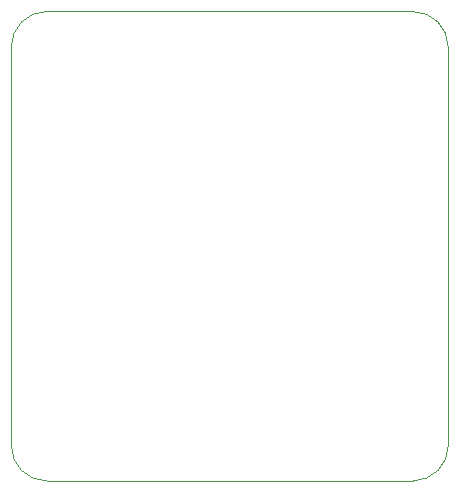
<source format=gbr>
%TF.GenerationSoftware,KiCad,Pcbnew,8.0.8*%
%TF.CreationDate,2025-06-11T01:55:21+01:00*%
%TF.ProjectId,Watch,57617463-682e-46b6-9963-61645f706362,rev?*%
%TF.SameCoordinates,Original*%
%TF.FileFunction,Profile,NP*%
%FSLAX46Y46*%
G04 Gerber Fmt 4.6, Leading zero omitted, Abs format (unit mm)*
G04 Created by KiCad (PCBNEW 8.0.8) date 2025-06-11 01:55:21*
%MOMM*%
%LPD*%
G01*
G04 APERTURE LIST*
%TA.AperFunction,Profile*%
%ADD10C,0.050000*%
%TD*%
G04 APERTURE END LIST*
D10*
X193000000Y-80000000D02*
X162000000Y-80000000D01*
X193000000Y-80000000D02*
G75*
G02*
X196000000Y-83000000I0J-3000000D01*
G01*
X196000000Y-116750000D02*
X196000000Y-83000000D01*
X162000000Y-119750000D02*
G75*
G02*
X159000000Y-116750000I0J3000000D01*
G01*
X159000000Y-83000000D02*
G75*
G02*
X162000000Y-80000000I3000000J0D01*
G01*
X162000000Y-119750000D02*
X193000000Y-119750000D01*
X159000000Y-83000000D02*
X159000000Y-116750000D01*
X196000000Y-116750000D02*
G75*
G02*
X193000000Y-119750000I-3000000J0D01*
G01*
M02*

</source>
